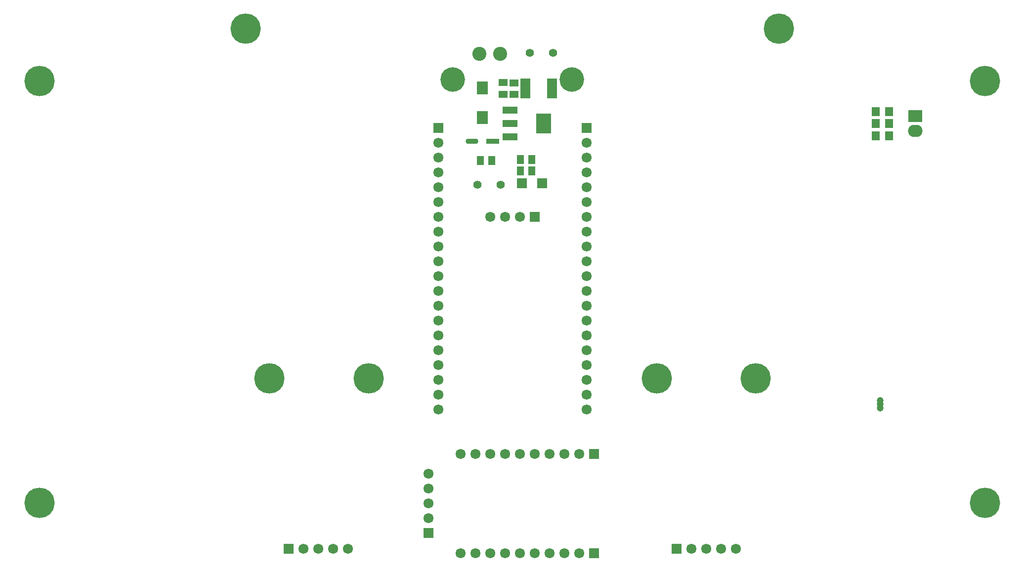
<source format=gbs>
G04*
G04 #@! TF.GenerationSoftware,Altium Limited,Altium Designer,23.0.1 (38)*
G04*
G04 Layer_Color=16711935*
%FSLAX25Y25*%
%MOIN*%
G70*
G04*
G04 #@! TF.SameCoordinates,CBCD5F51-024F-4456-99E9-F8A3691CA7AB*
G04*
G04*
G04 #@! TF.FilePolarity,Negative*
G04*
G01*
G75*
%ADD22R,0.05800X0.06300*%
%ADD25R,0.06784X0.06784*%
%ADD26C,0.06784*%
%ADD27C,0.05524*%
%ADD28C,0.09461*%
%ADD29R,0.09800X0.08300*%
%ADD30O,0.09800X0.08300*%
%ADD31R,0.06784X0.06784*%
%ADD32C,0.20485*%
%ADD33C,0.16548*%
%ADD34C,0.04737*%
%ADD58R,0.06300X0.05131*%
%ADD59R,0.10249X0.04737*%
%ADD60R,0.10249X0.13792*%
%ADD61R,0.06800X0.06800*%
%ADD62R,0.05131X0.06300*%
%ADD63O,0.08674X0.03556*%
%ADD64R,0.08674X0.03556*%
%ADD65R,0.07493X0.08674*%
%ADD66R,0.06706X0.13792*%
D22*
X610000Y299500D02*
D03*
X601000D02*
D03*
X610000Y308000D02*
D03*
X601000D02*
D03*
Y316000D02*
D03*
X610000D02*
D03*
D25*
X205000Y21000D02*
D03*
X466500D02*
D03*
X411000Y17874D02*
D03*
Y85000D02*
D03*
X371121Y245000D02*
D03*
D26*
X215000Y21000D02*
D03*
X225000D02*
D03*
X235000D02*
D03*
X245000D02*
D03*
X476500D02*
D03*
X486500D02*
D03*
X496500D02*
D03*
X506500D02*
D03*
X381000Y17874D02*
D03*
X391000D02*
D03*
X401000D02*
D03*
X321000D02*
D03*
X331000D02*
D03*
X341000D02*
D03*
X351000D02*
D03*
X361000D02*
D03*
X371000D02*
D03*
X401000Y85000D02*
D03*
X381000D02*
D03*
X371000D02*
D03*
X361000D02*
D03*
X351000D02*
D03*
X341000D02*
D03*
X331000D02*
D03*
X391000D02*
D03*
X321000D02*
D03*
X351121Y245000D02*
D03*
X341121D02*
D03*
X361121D02*
D03*
X305819D02*
D03*
Y295000D02*
D03*
Y285000D02*
D03*
Y275000D02*
D03*
Y265000D02*
D03*
Y255000D02*
D03*
Y235000D02*
D03*
Y225000D02*
D03*
Y215000D02*
D03*
Y205000D02*
D03*
Y195000D02*
D03*
Y185000D02*
D03*
Y175000D02*
D03*
Y165000D02*
D03*
Y155000D02*
D03*
Y145000D02*
D03*
Y135000D02*
D03*
Y125000D02*
D03*
Y115000D02*
D03*
X299405Y71501D02*
D03*
Y61501D02*
D03*
Y51501D02*
D03*
Y41501D02*
D03*
X405815Y115000D02*
D03*
Y135000D02*
D03*
Y145000D02*
D03*
Y155000D02*
D03*
Y165000D02*
D03*
Y185000D02*
D03*
Y195000D02*
D03*
Y205000D02*
D03*
Y215000D02*
D03*
Y225000D02*
D03*
Y235000D02*
D03*
Y245000D02*
D03*
Y255000D02*
D03*
Y265000D02*
D03*
Y275000D02*
D03*
Y285000D02*
D03*
Y295000D02*
D03*
Y125000D02*
D03*
Y175000D02*
D03*
D27*
X347995Y266500D02*
D03*
X332247D02*
D03*
X383369Y355500D02*
D03*
X367621D02*
D03*
D28*
X333731Y355000D02*
D03*
X347511D02*
D03*
D29*
X627500Y313000D02*
D03*
D30*
Y303000D02*
D03*
D31*
X305819Y305000D02*
D03*
X299405Y31501D02*
D03*
X405815Y305000D02*
D03*
D32*
X535500Y372000D02*
D03*
X176000D02*
D03*
X674500Y336500D02*
D03*
X520000Y136000D02*
D03*
X453217D02*
D03*
X259000D02*
D03*
X192000D02*
D03*
X674500Y52000D02*
D03*
X37000D02*
D03*
Y336500D02*
D03*
D33*
X396121Y337500D02*
D03*
X315495D02*
D03*
D34*
X604000Y116000D02*
D03*
Y118500D02*
D03*
Y121000D02*
D03*
D58*
X357122Y327564D02*
D03*
Y335437D02*
D03*
X349621Y327626D02*
D03*
Y335500D02*
D03*
D59*
X354204Y298945D02*
D03*
Y317055D02*
D03*
Y308000D02*
D03*
D60*
X377038D02*
D03*
D61*
X375912Y267500D02*
D03*
X362330D02*
D03*
D62*
X369057Y276001D02*
D03*
X361184D02*
D03*
X369057Y283501D02*
D03*
X361184D02*
D03*
X334185Y282999D02*
D03*
X342058D02*
D03*
D63*
X328621Y296000D02*
D03*
D64*
X342621D02*
D03*
D65*
X335621Y311984D02*
D03*
Y332016D02*
D03*
D66*
X382479Y331500D02*
D03*
X364621D02*
D03*
M02*

</source>
